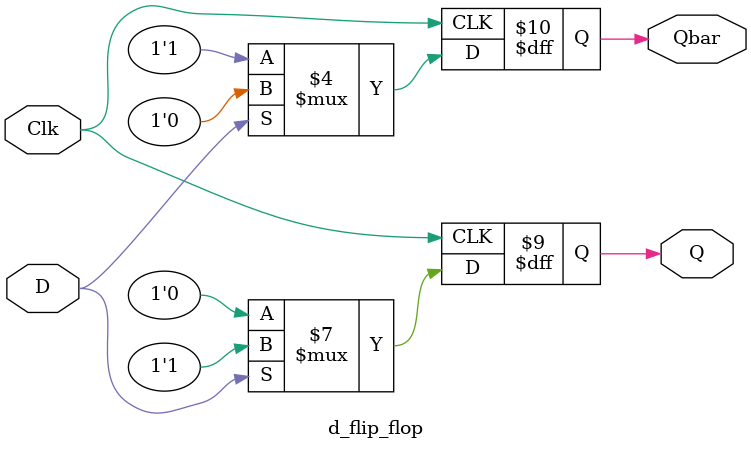
<source format=v>
`timescale 1ns / 1ps


module d_flip_flop(
    input D,
    input Clk,
    output reg Q,
    output reg Qbar
    );
    always @(posedge Clk)
    begin
    if(D==1)
    begin
    Q<=1;
    Qbar<=0;
    end
    else
    begin
    Q<=0;
    Qbar<=1;
    end
    end
endmodule

</source>
